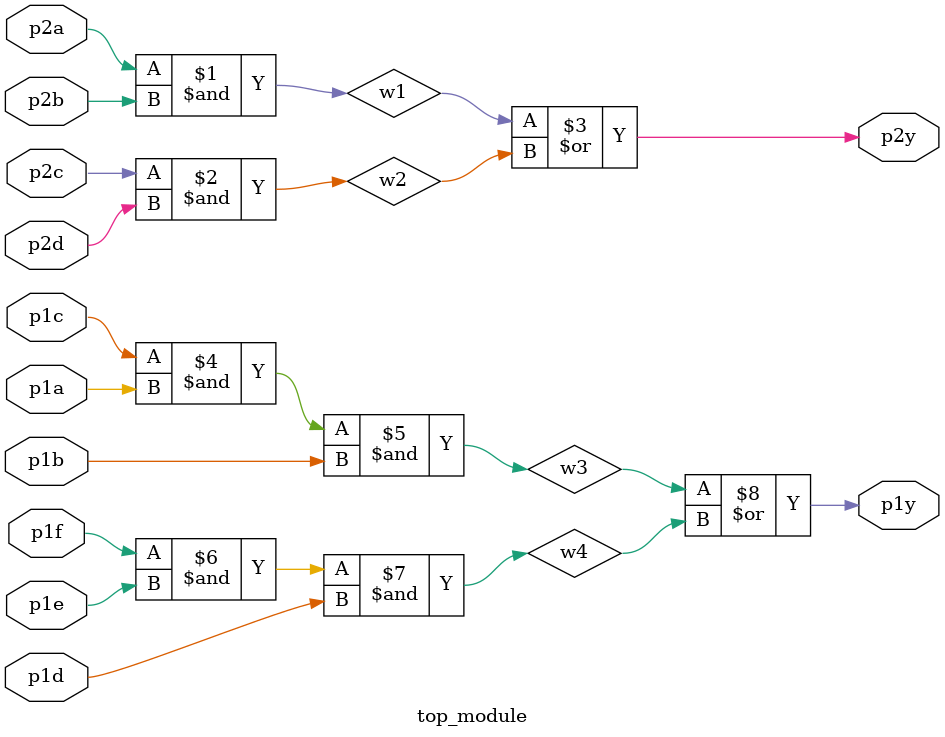
<source format=sv>
module top_module ( 
    input p1a, p1b, p1c, p1d, p1e, p1f,
    output p1y,
    input p2a, p2b, p2c, p2d,
    output p2y );
    wire  w1,w2,w3,w4;
    
assign w1=p2a&p2b;
assign w2=p2c&p2d;
assign p2y=w1|w2;
    
assign w3=p1c&p1a&p1b;
assign w4=p1f&p1e&p1d;
assign p1y=w3|w4;

endmodule

</source>
